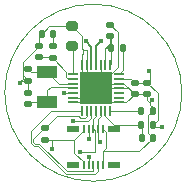
<source format=gbr>
%TF.GenerationSoftware,KiCad,Pcbnew,9.0.0*%
%TF.CreationDate,2025-03-13T16:48:28-04:00*%
%TF.ProjectId,IngestibleCapsule-Board_larger_vias,496e6765-7374-4696-926c-654361707375,rev?*%
%TF.SameCoordinates,Original*%
%TF.FileFunction,Copper,L1,Top*%
%TF.FilePolarity,Positive*%
%FSLAX46Y46*%
G04 Gerber Fmt 4.6, Leading zero omitted, Abs format (unit mm)*
G04 Created by KiCad (PCBNEW 9.0.0) date 2025-03-13 16:48:28*
%MOMM*%
%LPD*%
G01*
G04 APERTURE LIST*
G04 Aperture macros list*
%AMRoundRect*
0 Rectangle with rounded corners*
0 $1 Rounding radius*
0 $2 $3 $4 $5 $6 $7 $8 $9 X,Y pos of 4 corners*
0 Add a 4 corners polygon primitive as box body*
4,1,4,$2,$3,$4,$5,$6,$7,$8,$9,$2,$3,0*
0 Add four circle primitives for the rounded corners*
1,1,$1+$1,$2,$3*
1,1,$1+$1,$4,$5*
1,1,$1+$1,$6,$7*
1,1,$1+$1,$8,$9*
0 Add four rect primitives between the rounded corners*
20,1,$1+$1,$2,$3,$4,$5,0*
20,1,$1+$1,$4,$5,$6,$7,0*
20,1,$1+$1,$6,$7,$8,$9,0*
20,1,$1+$1,$8,$9,$2,$3,0*%
G04 Aperture macros list end*
%TA.AperFunction,SMDPad,CuDef*%
%ADD10R,1.800000X1.000000*%
%TD*%
%TA.AperFunction,SMDPad,CuDef*%
%ADD11RoundRect,0.140000X-0.170000X0.140000X-0.170000X-0.140000X0.170000X-0.140000X0.170000X0.140000X0*%
%TD*%
%TA.AperFunction,SMDPad,CuDef*%
%ADD12RoundRect,0.140000X0.170000X-0.140000X0.170000X0.140000X-0.170000X0.140000X-0.170000X-0.140000X0*%
%TD*%
%TA.AperFunction,SMDPad,CuDef*%
%ADD13RoundRect,0.135000X0.185000X-0.135000X0.185000X0.135000X-0.185000X0.135000X-0.185000X-0.135000X0*%
%TD*%
%TA.AperFunction,SMDPad,CuDef*%
%ADD14RoundRect,0.140000X-0.140000X-0.170000X0.140000X-0.170000X0.140000X0.170000X-0.140000X0.170000X0*%
%TD*%
%TA.AperFunction,SMDPad,CuDef*%
%ADD15RoundRect,0.200000X0.275000X-0.200000X0.275000X0.200000X-0.275000X0.200000X-0.275000X-0.200000X0*%
%TD*%
%TA.AperFunction,SMDPad,CuDef*%
%ADD16RoundRect,0.147500X-0.147500X-0.172500X0.147500X-0.172500X0.147500X0.172500X-0.147500X0.172500X0*%
%TD*%
%TA.AperFunction,SMDPad,CuDef*%
%ADD17RoundRect,0.140000X0.140000X0.170000X-0.140000X0.170000X-0.140000X-0.170000X0.140000X-0.170000X0*%
%TD*%
%TA.AperFunction,SMDPad,CuDef*%
%ADD18RoundRect,0.050000X-0.362500X-0.050000X0.362500X-0.050000X0.362500X0.050000X-0.362500X0.050000X0*%
%TD*%
%TA.AperFunction,SMDPad,CuDef*%
%ADD19RoundRect,0.050000X-0.050000X-0.362500X0.050000X-0.362500X0.050000X0.362500X-0.050000X0.362500X0*%
%TD*%
%TA.AperFunction,HeatsinkPad*%
%ADD20R,2.700000X2.700000*%
%TD*%
%TA.AperFunction,SMDPad,CuDef*%
%ADD21R,0.220000X0.700000*%
%TD*%
%TA.AperFunction,SMDPad,CuDef*%
%ADD22R,1.000000X0.500000*%
%TD*%
%TA.AperFunction,SMDPad,CuDef*%
%ADD23RoundRect,0.135000X0.135000X0.185000X-0.135000X0.185000X-0.135000X-0.185000X0.135000X-0.185000X0*%
%TD*%
%TA.AperFunction,ViaPad*%
%ADD24C,0.450000*%
%TD*%
%TA.AperFunction,Conductor*%
%ADD25C,0.100000*%
%TD*%
%TA.AperFunction,Conductor*%
%ADD26C,0.200000*%
%TD*%
%TA.AperFunction,Profile*%
%ADD27C,0.050000*%
%TD*%
G04 APERTURE END LIST*
D10*
%TO.P,Y3,1,1*%
%TO.N,Net-(U5-XTAL_C2)*%
X96100000Y-115750000D03*
%TO.P,Y3,2,2*%
%TO.N,Net-(U5-XTAL_C1)*%
X96100000Y-113250000D03*
%TD*%
D11*
%TO.P,C16,1*%
%TO.N,Net-(U5-XTAL_C1)*%
X94500000Y-113020000D03*
%TO.P,C16,2*%
%TO.N,SPI_GND*%
X94500000Y-113980000D03*
%TD*%
D12*
%TO.P,C15,1*%
%TO.N,Net-(U5-XTAL_C2)*%
X94500000Y-115980000D03*
%TO.P,C15,2*%
%TO.N,SPI_GND*%
X94500000Y-115020000D03*
%TD*%
D13*
%TO.P,R12,1*%
%TO.N,Net-(U5-PLL_TUNE)*%
X96550000Y-112070000D03*
%TO.P,R12,2*%
%TO.N,Net-(C22-Pad1)*%
X96550000Y-111050000D03*
%TD*%
D14*
%TO.P,C21,1*%
%TO.N,Net-(U5-DVDD_1V8)*%
X104070000Y-116550000D03*
%TO.P,C21,2*%
%TO.N,SPI_GND*%
X105030000Y-116550000D03*
%TD*%
D15*
%TO.P,R11,1*%
%TO.N,Net-(U5-BIAS)*%
X98200000Y-111025000D03*
%TO.P,R11,2*%
%TO.N,SPI_GND*%
X98200000Y-109375000D03*
%TD*%
D16*
%TO.P,L1,1*%
%TO.N,Net-(U5-AVDD_1V)*%
X101530000Y-111250000D03*
%TO.P,L1,2*%
%TO.N,Net-(U5-REG_OUT)*%
X102500000Y-111250000D03*
%TD*%
D17*
%TO.P,C22,1*%
%TO.N,Net-(C22-Pad1)*%
X96580000Y-110000000D03*
%TO.P,C22,2*%
%TO.N,SPI_GND*%
X95620000Y-110000000D03*
%TD*%
D14*
%TO.P,C17,1*%
%TO.N,Net-(U5-RSTN)*%
X104090000Y-118800000D03*
%TO.P,C17,2*%
%TO.N,SPI_GND*%
X105050000Y-118800000D03*
%TD*%
D18*
%TO.P,U5,1,BIAS*%
%TO.N,Net-(U5-BIAS)*%
X98262500Y-113425000D03*
%TO.P,U5,2,PLL_TUNE*%
%TO.N,Net-(U5-PLL_TUNE)*%
X98262500Y-113825000D03*
%TO.P,U5,3,XTAL_C1*%
%TO.N,Net-(U5-XTAL_C1)*%
X98262500Y-114225000D03*
%TO.P,U5,4,XTAL_C2*%
%TO.N,Net-(U5-XTAL_C2)*%
X98262500Y-114625000D03*
%TO.P,U5,5,AVDD_3V*%
%TO.N,SPI_VDD*%
X98262500Y-115025000D03*
%TO.P,U5,6,GND*%
%TO.N,SPI_GND*%
X98262500Y-115425000D03*
%TO.P,U5,7,SHUTDOWN*%
X98262500Y-115825000D03*
D19*
%TO.P,U5,8,IRQ*%
%TO.N,/RF_IRQ*%
X99025000Y-116587500D03*
%TO.P,U5,9,CSN*%
%TO.N,/RF_CS*%
X99425000Y-116587500D03*
%TO.P,U5,10,SCK*%
%TO.N,/SPI_SCK*%
X99825000Y-116587500D03*
%TO.P,U5,11,MOSI*%
%TO.N,/SPI_MOSI*%
X100225000Y-116587500D03*
%TO.P,U5,12,MISO*%
%TO.N,/SPI_MISO*%
X100625000Y-116587500D03*
%TO.P,U5,13,RSTN*%
%TO.N,Net-(U5-RSTN)*%
X101025000Y-116587500D03*
%TO.P,U5,14,DVDD_1V8*%
%TO.N,Net-(U5-DVDD_1V8)*%
X101425000Y-116587500D03*
D18*
%TO.P,U5,15,RES*%
%TO.N,SPI_GND*%
X102187500Y-115825000D03*
%TO.P,U5,16,XTAL_CLK*%
%TO.N,unconnected-(U5-XTAL_CLK-Pad16)*%
X102187500Y-115425000D03*
%TO.P,U5,17,PLL_CLK*%
%TO.N,unconnected-(U5-PLL_CLK-Pad17)*%
X102187500Y-115025000D03*
%TO.P,U5,18,RES*%
%TO.N,SPI_GND*%
X102187500Y-114625000D03*
%TO.P,U5,19,RES*%
X102187500Y-114225000D03*
%TO.P,U5,20,DVDD_3V*%
%TO.N,SPI_VDD*%
X102187500Y-113825000D03*
%TO.P,U5,21,REG_OUT*%
%TO.N,Net-(U5-REG_OUT)*%
X102187500Y-113425000D03*
D19*
%TO.P,U5,22,DVDD_1V*%
%TO.N,Net-(U5-AVDD_1V)*%
X101425000Y-112662500D03*
%TO.P,U5,23,AVDD_1V*%
X101025000Y-112662500D03*
%TO.P,U5,24,GND*%
%TO.N,SPI_GND*%
X100625000Y-112662500D03*
%TO.P,U5,25,RFN*%
%TO.N,/RF Transceiver/RFN*%
X100225000Y-112662500D03*
%TO.P,U5,26,RFP*%
%TO.N,/RF Transceiver/RFP*%
X99825000Y-112662500D03*
%TO.P,U5,27,GND*%
%TO.N,SPI_GND*%
X99425000Y-112662500D03*
%TO.P,U5,28,GND*%
X99025000Y-112662500D03*
D20*
%TO.P,U5,29,GND*%
X100225000Y-114625000D03*
%TD*%
D21*
%TO.P,J4,1,1*%
%TO.N,SPI_GND*%
X100800001Y-118050001D03*
%TO.P,J4,2,2*%
%TO.N,/SPI_MISO*%
X100399999Y-118050001D03*
%TO.P,J4,3,3*%
%TO.N,/SPI_MOSI*%
X100000000Y-118050001D03*
%TO.P,J4,4,4*%
%TO.N,/MEM_CS*%
X99600001Y-118050001D03*
%TO.P,J4,5,5*%
%TO.N,SPI_VDD*%
X99199999Y-118050001D03*
%TO.P,J4,6,6*%
%TO.N,SPI_GND*%
X100800001Y-121149999D03*
%TO.P,J4,7,7*%
%TO.N,/RF_IRQ*%
X100399999Y-121149999D03*
%TO.P,J4,8,8*%
%TO.N,/RF_CS*%
X100000000Y-121149999D03*
%TO.P,J4,9,9*%
%TO.N,/SPI_SCK*%
X99600001Y-121149999D03*
%TO.P,J4,10,10*%
%TO.N,SPI_VDD*%
X99199999Y-121149999D03*
D22*
%TO.P,J4,P1*%
%TO.N,N/C*%
X101749996Y-118100000D03*
%TO.P,J4,P2*%
X98250004Y-118100000D03*
%TO.P,J4,P3*%
X101749996Y-121100000D03*
%TO.P,J4,P4*%
X98250004Y-121100000D03*
%TD*%
D12*
%TO.P,C20,1*%
%TO.N,Net-(U5-AVDD_1V)*%
X101425000Y-110205000D03*
%TO.P,C20,2*%
%TO.N,SPI_GND*%
X101425000Y-109245000D03*
%TD*%
D23*
%TO.P,R10,1*%
%TO.N,SPI_VDD*%
X105090000Y-117700000D03*
%TO.P,R10,2*%
%TO.N,Net-(U5-RSTN)*%
X104070000Y-117700000D03*
%TD*%
D11*
%TO.P,C19,1*%
%TO.N,SPI_VDD*%
X104550000Y-114145000D03*
%TO.P,C19,2*%
%TO.N,SPI_GND*%
X104550000Y-115105000D03*
%TD*%
%TO.P,C18,1*%
%TO.N,SPI_VDD*%
X103500000Y-114140000D03*
%TO.P,C18,2*%
%TO.N,SPI_GND*%
X103500000Y-115100000D03*
%TD*%
D13*
%TO.P,R9,1*%
%TO.N,SPI_VDD*%
X95950000Y-119010000D03*
%TO.P,R9,2*%
%TO.N,/RF_CS*%
X95950000Y-117990000D03*
%TD*%
D12*
%TO.P,C23,1*%
%TO.N,Net-(U5-PLL_TUNE)*%
X95400000Y-112010000D03*
%TO.P,C23,2*%
%TO.N,SPI_GND*%
X95400000Y-111050000D03*
%TD*%
D24*
%TO.N,/SPI_SCK*%
X99600000Y-120475000D03*
%TO.N,SPI_VDD*%
X104750000Y-113150000D03*
X97480000Y-115000000D03*
%TO.N,SPI_GND*%
X105000000Y-115610000D03*
%TO.N,SPI_VDD*%
X105840000Y-117880000D03*
%TO.N,SPI_GND*%
X93810000Y-114220000D03*
%TO.N,SPI_VDD*%
X96520000Y-119750000D03*
%TO.N,/MEM_CS*%
X99600000Y-118960000D03*
%TO.N,/SPI_MOSI*%
X98890000Y-119990000D03*
%TO.N,/SPI_SCK*%
X98250000Y-117390000D03*
%TO.N,/RF Transceiver/RFP*%
X99420000Y-110620000D03*
%TO.N,/SPI_MISO*%
X100600000Y-119180000D03*
%TO.N,/RF Transceiver/RFN*%
X100660000Y-110640000D03*
%TD*%
D25*
%TO.N,SPI_GND*%
X101080000Y-119670001D02*
X101080000Y-118330000D01*
X94039000Y-112411000D02*
X95400000Y-111050000D01*
X104695000Y-115770000D02*
X104550000Y-115625000D01*
X98262500Y-115825000D02*
X99025000Y-115825000D01*
X102625000Y-114225000D02*
X103500000Y-115100000D01*
X99425000Y-112662500D02*
X99425000Y-111376552D01*
X103900000Y-119950000D02*
X105050000Y-118800000D01*
X99425000Y-111376552D02*
X99151552Y-111376552D01*
X99025000Y-112662500D02*
X99025000Y-111775000D01*
X104545000Y-115100000D02*
X104550000Y-115105000D01*
X100800001Y-119950000D02*
X103900000Y-119950000D01*
X98262500Y-115425000D02*
X99425000Y-115425000D01*
X93810000Y-114065000D02*
X93825000Y-114050000D01*
X100800001Y-119950000D02*
X101080000Y-119670001D01*
X104840000Y-115770000D02*
X104695000Y-115770000D01*
X100800001Y-121149999D02*
X100800001Y-119950000D01*
X102187500Y-114625000D02*
X100225000Y-114625000D01*
X99151552Y-111648448D02*
X99151552Y-111376552D01*
X99151552Y-111376552D02*
X99025000Y-111250000D01*
X98200000Y-109375000D02*
X96245000Y-109375000D01*
X104840000Y-116015000D02*
X105030000Y-116205000D01*
X99025000Y-110200000D02*
X98200000Y-109375000D01*
X99025000Y-112662500D02*
X99025000Y-113425000D01*
X104669000Y-116911000D02*
X105030000Y-116550000D01*
X103500000Y-115100000D02*
X104545000Y-115100000D01*
X93895000Y-113980000D02*
X94500000Y-113980000D01*
X93825000Y-114050000D02*
X93895000Y-113980000D01*
X99025000Y-115825000D02*
X100225000Y-114625000D01*
X96245000Y-109375000D02*
X95620000Y-110000000D01*
X105030000Y-116205000D02*
X105030000Y-116550000D01*
X99425000Y-113825000D02*
X100225000Y-114625000D01*
X104550000Y-115625000D02*
X104550000Y-115105000D01*
X94500000Y-113980000D02*
X94039000Y-113519000D01*
X104840000Y-115770000D02*
X104840000Y-116015000D01*
X102187500Y-115825000D02*
X102775000Y-115825000D01*
X94039000Y-113519000D02*
X94039000Y-112411000D01*
X102187500Y-115825000D02*
X101425000Y-115825000D01*
X100625000Y-114225000D02*
X100225000Y-114625000D01*
X102187500Y-114225000D02*
X100625000Y-114225000D01*
X103025000Y-114625000D02*
X103500000Y-115100000D01*
X102775000Y-115825000D02*
X103500000Y-115100000D01*
X99025000Y-113425000D02*
X100225000Y-114625000D01*
D26*
%TO.N,/RF Transceiver/RFP*%
X99420000Y-110620000D02*
X99390000Y-110650000D01*
%TO.N,/RF Transceiver/RFN*%
X100225000Y-111045000D02*
X100225000Y-112662500D01*
D25*
%TO.N,Net-(U5-REG_OUT)*%
X102500000Y-113112500D02*
X102187500Y-113425000D01*
D26*
%TO.N,/RF Transceiver/RFP*%
X99390000Y-110650000D02*
X99390000Y-110660000D01*
D25*
%TO.N,Net-(U5-BIAS)*%
X98262500Y-113425000D02*
X98262500Y-111087500D01*
X98262500Y-111087500D02*
X98200000Y-111025000D01*
%TO.N,Net-(U5-AVDD_1V)*%
X101530000Y-111250000D02*
X101530000Y-110310000D01*
%TO.N,Net-(U5-RSTN)*%
X101725000Y-117700000D02*
X104070000Y-117700000D01*
%TO.N,Net-(C22-Pad1)*%
X96580000Y-110000000D02*
X96580000Y-111020000D01*
%TO.N,SPI_GND*%
X105000000Y-115610000D02*
X104840000Y-115770000D01*
%TO.N,Net-(U5-RSTN)*%
X101025000Y-116587500D02*
X101025000Y-117000000D01*
%TO.N,Net-(C22-Pad1)*%
X96580000Y-111020000D02*
X96550000Y-111050000D01*
%TO.N,Net-(U5-XTAL_C1)*%
X98262500Y-114225000D02*
X97075000Y-114225000D01*
%TO.N,Net-(U5-PLL_TUNE)*%
X97850000Y-113825000D02*
X98262500Y-113825000D01*
X97699000Y-113674000D02*
X97850000Y-113825000D01*
%TO.N,Net-(U5-RSTN)*%
X104070000Y-117770000D02*
X104090000Y-117790000D01*
%TO.N,Net-(U5-AVDD_1V)*%
X101530000Y-110310000D02*
X101425000Y-110205000D01*
X101425000Y-110850000D02*
X101425000Y-110205000D01*
X101025000Y-111250000D02*
X101025000Y-112662500D01*
%TO.N,Net-(U5-XTAL_C1)*%
X97075000Y-114225000D02*
X96100000Y-113250000D01*
%TO.N,Net-(U5-PLL_TUNE)*%
X96550000Y-112070000D02*
X97699000Y-113219000D01*
%TO.N,Net-(U5-XTAL_C1)*%
X96100000Y-113250000D02*
X94730000Y-113250000D01*
%TO.N,SPI_GND*%
X99025000Y-111250000D02*
X99025000Y-110200000D01*
%TO.N,Net-(U5-RSTN)*%
X104070000Y-117700000D02*
X104070000Y-117770000D01*
%TO.N,Net-(U5-AVDD_1V)*%
X101530000Y-111250000D02*
X101530000Y-112557500D01*
%TO.N,SPI_GND*%
X101425000Y-115825000D02*
X100225000Y-114625000D01*
%TO.N,Net-(U5-PLL_TUNE)*%
X95400000Y-112010000D02*
X96490000Y-112010000D01*
%TO.N,Net-(U5-XTAL_C2)*%
X96430000Y-114480000D02*
X96100000Y-114810000D01*
%TO.N,SPI_GND*%
X94500000Y-115020000D02*
X94500000Y-113980000D01*
%TO.N,Net-(U5-RSTN)*%
X104090000Y-117790000D02*
X104090000Y-118800000D01*
%TO.N,Net-(U5-PLL_TUNE)*%
X97699000Y-113219000D02*
X97699000Y-113674000D01*
%TO.N,Net-(U5-XTAL_C2)*%
X96100000Y-115750000D02*
X94730000Y-115750000D01*
X94730000Y-115750000D02*
X94500000Y-115980000D01*
X98117500Y-114480000D02*
X96430000Y-114480000D01*
X98262500Y-114625000D02*
X98117500Y-114480000D01*
D26*
%TO.N,/RF Transceiver/RFN*%
X100660000Y-110640000D02*
X100630000Y-110640000D01*
D25*
%TO.N,SPI_GND*%
X102054000Y-109874000D02*
X102054000Y-112796000D01*
%TO.N,/SPI_SCK*%
X99600001Y-121149999D02*
X99600001Y-120475001D01*
%TO.N,SPI_GND*%
X105050000Y-118800000D02*
X104669000Y-118419000D01*
X99425000Y-112662500D02*
X99425000Y-113825000D01*
%TO.N,/SPI_SCK*%
X99600001Y-120475001D02*
X99600000Y-120475000D01*
X99540000Y-117390000D02*
X99825000Y-117105000D01*
%TO.N,/RF_CS*%
X99425000Y-116587500D02*
X99425000Y-117000000D01*
%TO.N,SPI_GND*%
X101425000Y-109245000D02*
X102054000Y-109874000D01*
%TO.N,/RF_CS*%
X99269000Y-117151000D02*
X98890358Y-117151000D01*
X98749358Y-117010000D02*
X96930000Y-117010000D01*
X94899000Y-118935677D02*
X95844677Y-117990000D01*
%TO.N,/SPI_SCK*%
X99825000Y-117105000D02*
X99825000Y-116587500D01*
X98250000Y-117390000D02*
X99540000Y-117390000D01*
%TO.N,/RF_CS*%
X99949000Y-121650999D02*
X97750999Y-121650999D01*
X95060677Y-119326000D02*
X94899000Y-119164323D01*
X94899000Y-119164323D02*
X94899000Y-118935677D01*
%TO.N,Net-(U5-XTAL_C1)*%
X94730000Y-113250000D02*
X94500000Y-113020000D01*
%TO.N,/RF_CS*%
X100000000Y-121149999D02*
X100000000Y-121599999D01*
X97750999Y-121650999D02*
X95426000Y-119326000D01*
%TO.N,SPI_GND*%
X99425000Y-115425000D02*
X100225000Y-114625000D01*
%TO.N,/RF_CS*%
X99425000Y-117000000D02*
X99405000Y-117020000D01*
X99405000Y-117020000D02*
X99400000Y-117020000D01*
%TO.N,/RF_IRQ*%
X94698000Y-118852421D02*
X94698000Y-118277000D01*
X95143933Y-119527000D02*
X94977421Y-119527000D01*
X100032256Y-121851999D02*
X99865744Y-121851999D01*
X94859677Y-119409257D02*
X94815743Y-119365323D01*
X100147999Y-121851999D02*
X100032257Y-121851999D01*
X97667743Y-121851999D02*
X97549999Y-121734256D01*
%TO.N,Net-(U5-REG_OUT)*%
X102500000Y-111250000D02*
X102500000Y-113112500D01*
%TO.N,/RF_IRQ*%
X97549999Y-121734255D02*
X95342744Y-119527000D01*
X100399999Y-121149999D02*
X100399999Y-121599999D01*
X97549999Y-121734256D02*
X97549999Y-121734255D01*
X94977420Y-119527000D02*
X94859677Y-119409257D01*
X94698000Y-119081067D02*
X94698000Y-119018933D01*
%TO.N,Net-(U5-DVDD_1V8)*%
X101462500Y-116550000D02*
X101425000Y-116587500D01*
%TO.N,/RF_IRQ*%
X94815743Y-119365323D02*
X94815744Y-119365323D01*
%TO.N,SPI_GND*%
X93810000Y-114220000D02*
X93810000Y-114065000D01*
%TO.N,/RF_IRQ*%
X97834255Y-121851999D02*
X97676999Y-121851999D01*
X100399999Y-121599999D02*
X100147999Y-121851999D01*
X97667742Y-121851999D02*
X97667743Y-121851999D01*
X94698000Y-119018933D02*
X94698000Y-118873000D01*
D26*
%TO.N,/RF Transceiver/RFP*%
X99825000Y-111095000D02*
X99825000Y-112662500D01*
D25*
%TO.N,/RF_IRQ*%
X94698000Y-118277000D02*
X96387500Y-116587500D01*
X100032257Y-121851999D02*
X100032256Y-121851999D01*
X94698000Y-119247579D02*
X94698000Y-119081067D01*
X94698000Y-118873000D02*
X94698000Y-118852421D01*
X94698000Y-119247580D02*
X94698000Y-119247579D01*
%TO.N,/MEM_CS*%
X99600000Y-118600002D02*
X99600001Y-118600001D01*
%TO.N,/RF_IRQ*%
X96387500Y-116587500D02*
X99025000Y-116587500D01*
X95342744Y-119527000D02*
X95143933Y-119527000D01*
%TO.N,/RF_CS*%
X96930000Y-117010000D02*
X95950000Y-117990000D01*
%TO.N,/SPI_MISO*%
X100625000Y-116587500D02*
X100625000Y-117000000D01*
%TO.N,SPI_GND*%
X102054000Y-112796000D02*
X100225000Y-114625000D01*
%TO.N,/SPI_MISO*%
X100625000Y-117000000D02*
X100399999Y-117225001D01*
X100399999Y-117225001D02*
X100399999Y-118050001D01*
%TO.N,SPI_GND*%
X99025000Y-111775000D02*
X99151552Y-111648448D01*
%TO.N,/SPI_MISO*%
X100600000Y-119180000D02*
X100400000Y-118980000D01*
X100400000Y-118980000D02*
X100400000Y-118488912D01*
X100399999Y-118488911D02*
X100399999Y-118050001D01*
%TO.N,Net-(U5-AVDD_1V)*%
X101530000Y-111250000D02*
X101025000Y-111250000D01*
%TO.N,SPI_GND*%
X102187500Y-114625000D02*
X103025000Y-114625000D01*
X104669000Y-118419000D02*
X104669000Y-116911000D01*
%TO.N,SPI_VDD*%
X103500000Y-114140000D02*
X103610000Y-114140000D01*
X99199999Y-121149999D02*
X99199999Y-120909999D01*
X98563502Y-118838502D02*
X99199999Y-118202005D01*
%TO.N,/SPI_MOSI*%
X100225000Y-117000000D02*
X100000000Y-117225000D01*
%TO.N,Net-(U5-AVDD_1V)*%
X101530000Y-112557500D02*
X101425000Y-112662500D01*
%TO.N,SPI_VDD*%
X97775000Y-115025000D02*
X98262500Y-115025000D01*
X105461000Y-115056000D02*
X104550000Y-114145000D01*
%TO.N,SPI_GND*%
X93825000Y-114050000D02*
X94039000Y-113836000D01*
%TO.N,SPI_VDD*%
X105090000Y-117700000D02*
X105461000Y-117329000D01*
%TO.N,SPI_GND*%
X95400000Y-110220000D02*
X95620000Y-110000000D01*
%TO.N,SPI_VDD*%
X103615000Y-114145000D02*
X104550000Y-114145000D01*
%TO.N,/SPI_MOSI*%
X98890000Y-119990000D02*
X100125000Y-119990000D01*
%TO.N,SPI_GND*%
X101080000Y-118330000D02*
X100800001Y-118050001D01*
%TO.N,SPI_VDD*%
X105840000Y-117880000D02*
X105270000Y-117880000D01*
X104762500Y-113932500D02*
X104550000Y-114145000D01*
X99199999Y-120909999D02*
X98400000Y-120110000D01*
X99199999Y-118202005D02*
X99199999Y-118050001D01*
%TO.N,/RF_CS*%
X98890358Y-117151000D02*
X98749358Y-117010000D01*
%TO.N,SPI_VDD*%
X97750000Y-115000000D02*
X97480000Y-115000000D01*
%TO.N,/RF_IRQ*%
X99865744Y-121851999D02*
X97834255Y-121851999D01*
%TO.N,SPI_VDD*%
X103185000Y-113825000D02*
X103500000Y-114140000D01*
X102187500Y-113825000D02*
X103185000Y-113825000D01*
%TO.N,Net-(U5-PLL_TUNE)*%
X96490000Y-112010000D02*
X96550000Y-112070000D01*
%TO.N,SPI_GND*%
X94039000Y-113836000D02*
X94039000Y-113519000D01*
%TO.N,SPI_VDD*%
X103610000Y-114140000D02*
X103615000Y-114145000D01*
%TO.N,/RF_IRQ*%
X97676999Y-121851999D02*
X97667742Y-121851999D01*
%TO.N,/RF_CS*%
X95426000Y-119326000D02*
X95060677Y-119326000D01*
%TO.N,SPI_VDD*%
X105270000Y-117880000D02*
X105090000Y-117700000D01*
%TO.N,Net-(U5-RSTN)*%
X101025000Y-117000000D02*
X101725000Y-117700000D01*
%TO.N,SPI_VDD*%
X104762500Y-113162500D02*
X104762500Y-113932500D01*
X98400000Y-120110000D02*
X98400000Y-119002004D01*
%TO.N,/RF_CS*%
X99400000Y-117020000D02*
X99269000Y-117151000D01*
%TO.N,/MEM_CS*%
X99600000Y-118960000D02*
X99600000Y-118600002D01*
%TO.N,SPI_VDD*%
X97775000Y-115025000D02*
X97750000Y-115000000D01*
%TO.N,SPI_GND*%
X100625000Y-112662500D02*
X100625000Y-114225000D01*
%TO.N,/MEM_CS*%
X99600001Y-118600001D02*
X99600001Y-118050001D01*
%TO.N,/RF_IRQ*%
X94977421Y-119527000D02*
X94977420Y-119527000D01*
%TO.N,SPI_VDD*%
X98392004Y-119010000D02*
X98563502Y-118838502D01*
%TO.N,/RF_CS*%
X95844677Y-117990000D02*
X95950000Y-117990000D01*
%TO.N,Net-(U5-XTAL_C2)*%
X96100000Y-114810000D02*
X96100000Y-115750000D01*
D26*
%TO.N,/RF Transceiver/RFP*%
X99390000Y-110660000D02*
X99825000Y-111095000D01*
D25*
%TO.N,/SPI_MISO*%
X100400000Y-118488912D02*
X100399999Y-118488911D01*
%TO.N,SPI_GND*%
X102187500Y-114225000D02*
X102625000Y-114225000D01*
%TO.N,/SPI_MOSI*%
X100125000Y-118175001D02*
X100000000Y-118050001D01*
%TO.N,SPI_VDD*%
X96520000Y-119750000D02*
X96520000Y-119015000D01*
X95950000Y-119010000D02*
X96525000Y-119010000D01*
X96525000Y-119010000D02*
X98392004Y-119010000D01*
%TO.N,/RF_IRQ*%
X94815744Y-119365323D02*
X94698000Y-119247580D01*
%TO.N,SPI_VDD*%
X96520000Y-119015000D02*
X96525000Y-119010000D01*
%TO.N,Net-(U5-AVDD_1V)*%
X101025000Y-111250000D02*
X101425000Y-110850000D01*
%TO.N,/SPI_MOSI*%
X100000000Y-117225000D02*
X100000000Y-118050001D01*
X100125000Y-119990000D02*
X100125000Y-118175001D01*
X100225000Y-116587500D02*
X100225000Y-117000000D01*
D26*
%TO.N,/RF Transceiver/RFN*%
X100630000Y-110640000D02*
X100225000Y-111045000D01*
D25*
%TO.N,SPI_GND*%
X95400000Y-111050000D02*
X95400000Y-110220000D01*
%TO.N,SPI_VDD*%
X104750000Y-113150000D02*
X104762500Y-113162500D01*
X105461000Y-117329000D02*
X105461000Y-115056000D01*
%TO.N,Net-(U5-DVDD_1V8)*%
X104070000Y-116550000D02*
X101462500Y-116550000D01*
%TO.N,/RF_CS*%
X100000000Y-121599999D02*
X99949000Y-121650999D01*
%TD*%
D27*
X107500000Y-115000000D02*
G75*
G02*
X92500000Y-115000000I-7500000J0D01*
G01*
X92500000Y-115000000D02*
G75*
G02*
X107500000Y-115000000I7500000J0D01*
G01*
M02*

</source>
